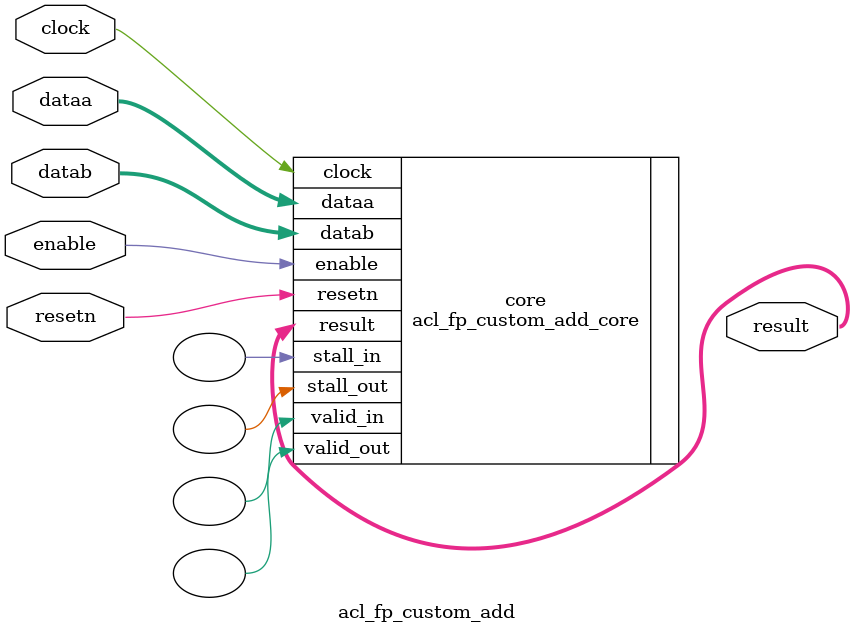
<source format=v>
    


module acl_fp_custom_add(clock, enable, resetn, dataa, datab, result);
	input clock, enable, resetn;
	input [31:0] dataa;
	input [31:0] datab;
	output [31:0] result;
	// Total Latency = 12.
  
  acl_fp_custom_add_core core(
    .clock(clock),
    .resetn(resetn),
    .dataa(dataa),
    .datab(datab),
    .result(result),
    .valid_in(),
    .valid_out(),
    .stall_in(),
    .stall_out(),
    .enable(enable));
    defparam core.HIGH_LATENCY = 1;
    defparam core.HIGH_CAPACITY = 0;
    defparam core.FLUSH_DENORMS = 0;
    defparam core.ROUNDING_MODE = 0;
    defparam core.FINITE_MATH_ONLY = 0;
    defparam core.REMOVE_STICKY = 0;	
	
endmodule

</source>
